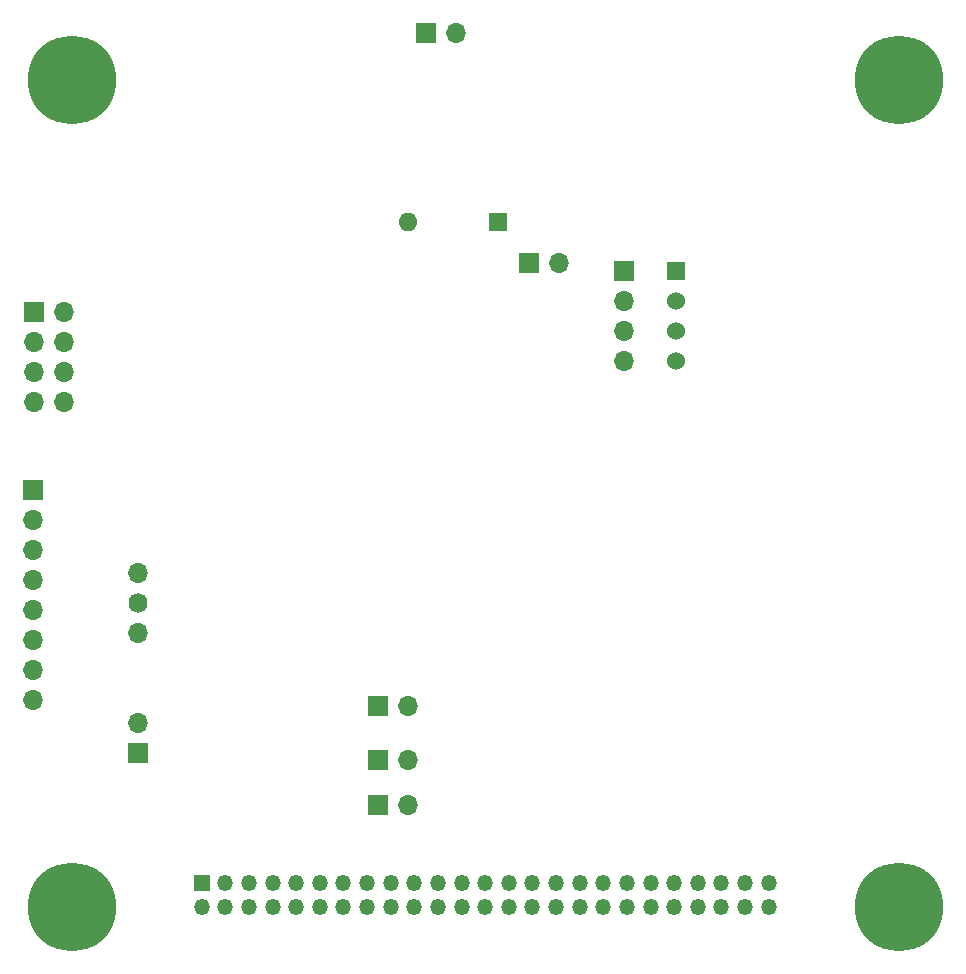
<source format=gbs>
G04 #@! TF.GenerationSoftware,KiCad,Pcbnew,7.0.2*
G04 #@! TF.CreationDate,2023-04-28T23:15:09-06:00*
G04 #@! TF.ProjectId,BIRDS-X-PCB,42495244-532d-4582-9d50-43422e6b6963,rev?*
G04 #@! TF.SameCoordinates,Original*
G04 #@! TF.FileFunction,Soldermask,Bot*
G04 #@! TF.FilePolarity,Negative*
%FSLAX46Y46*%
G04 Gerber Fmt 4.6, Leading zero omitted, Abs format (unit mm)*
G04 Created by KiCad (PCBNEW 7.0.2) date 2023-04-28 23:15:09*
%MOMM*%
%LPD*%
G01*
G04 APERTURE LIST*
%ADD10R,1.700000X1.700000*%
%ADD11O,1.700000X1.700000*%
%ADD12R,1.524000X1.524000*%
%ADD13C,1.524000*%
%ADD14R,1.600000X1.600000*%
%ADD15O,1.600000X1.600000*%
%ADD16C,7.500000*%
%ADD17O,1.600000X1.700000*%
%ADD18R,1.350000X1.350000*%
%ADD19O,1.350000X1.350000*%
G04 APERTURE END LIST*
D10*
X87000000Y-53750000D03*
D11*
X89540000Y-53750000D03*
D12*
X108200000Y-73930000D03*
D13*
X108200000Y-76470000D03*
X108200000Y-79010000D03*
X108200000Y-81550000D03*
D10*
X95710000Y-73250000D03*
D11*
X98250000Y-73250000D03*
D14*
X93091000Y-69723000D03*
D15*
X85471000Y-69723000D03*
D10*
X53721000Y-92456000D03*
D11*
X53721000Y-94996000D03*
X53721000Y-97536000D03*
X53721000Y-100076000D03*
X53721000Y-102616000D03*
X53721000Y-105156000D03*
X53721000Y-107696000D03*
X53721000Y-110236000D03*
D16*
X57000000Y-127700000D03*
D10*
X82895000Y-115320000D03*
D11*
X85435000Y-115320000D03*
D10*
X62575000Y-114685000D03*
D11*
X62575000Y-112145000D03*
X62575000Y-104525000D03*
D17*
X62575000Y-101985000D03*
D11*
X62575000Y-99445000D03*
D10*
X82895000Y-119130000D03*
D11*
X85435000Y-119130000D03*
D10*
X82895000Y-110760000D03*
D11*
X85435000Y-110760000D03*
D16*
X57000000Y-57700000D03*
D10*
X103755000Y-73930000D03*
D11*
X103755000Y-76470000D03*
X103755000Y-79010000D03*
X103755000Y-81550000D03*
D16*
X127000000Y-127700000D03*
D10*
X53800000Y-77400000D03*
D11*
X56340000Y-77400000D03*
X53800000Y-79940000D03*
X56340000Y-79940000D03*
X53800000Y-82480000D03*
X56340000Y-82480000D03*
X53800000Y-85020000D03*
X56340000Y-85020000D03*
D16*
X127000000Y-57700000D03*
D18*
X68000000Y-125700000D03*
D19*
X68000000Y-127700000D03*
X70000000Y-125700000D03*
X70000000Y-127700000D03*
X72000000Y-125700000D03*
X72000000Y-127700000D03*
X74000000Y-125700000D03*
X74000000Y-127700000D03*
X76000000Y-125700000D03*
X76000000Y-127700000D03*
X78000000Y-125700000D03*
X78000000Y-127700000D03*
X80000000Y-125700000D03*
X80000000Y-127700000D03*
X82000000Y-125700000D03*
X82000000Y-127700000D03*
X84000000Y-125700000D03*
X84000000Y-127700000D03*
X86000000Y-125700000D03*
X86000000Y-127700000D03*
X88000000Y-125700000D03*
X88000000Y-127700000D03*
X90000000Y-125700000D03*
X90000000Y-127700000D03*
X92000000Y-125700000D03*
X92000000Y-127700000D03*
X94000000Y-125700000D03*
X94000000Y-127700000D03*
X96000000Y-125700000D03*
X96000000Y-127700000D03*
X98000000Y-125700000D03*
X98000000Y-127700000D03*
X100000000Y-125700000D03*
X100000000Y-127700000D03*
X102000000Y-125700000D03*
X102000000Y-127700000D03*
X104000000Y-125700000D03*
X104000000Y-127700000D03*
X106000000Y-125700000D03*
X106000000Y-127700000D03*
X108000000Y-125700000D03*
X108000000Y-127700000D03*
X110000000Y-125700000D03*
X110000000Y-127700000D03*
X112000000Y-125700000D03*
X112000000Y-127700000D03*
X114000000Y-125700000D03*
X114000000Y-127700000D03*
X116000000Y-125700000D03*
X116000000Y-127700000D03*
M02*

</source>
